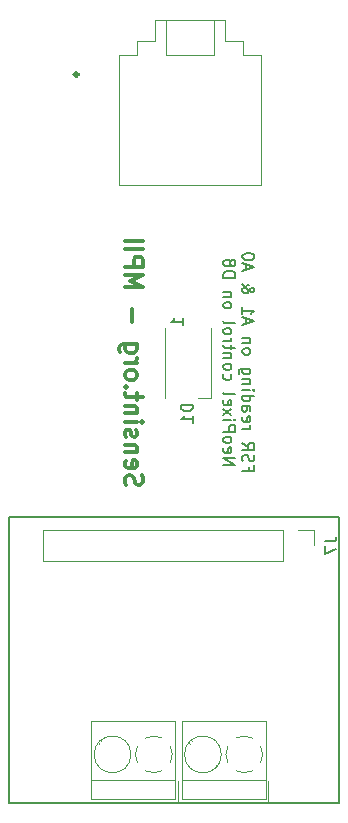
<source format=gbr>
%TF.GenerationSoftware,KiCad,Pcbnew,(6.0.9-0)*%
%TF.CreationDate,2023-02-07T22:14:43+01:00*%
%TF.ProjectId,SHOE_SHIELD,53484f45-5f53-4484-9945-4c442e6b6963,rev?*%
%TF.SameCoordinates,Original*%
%TF.FileFunction,Legend,Bot*%
%TF.FilePolarity,Positive*%
%FSLAX46Y46*%
G04 Gerber Fmt 4.6, Leading zero omitted, Abs format (unit mm)*
G04 Created by KiCad (PCBNEW (6.0.9-0)) date 2023-02-07 22:14:43*
%MOMM*%
%LPD*%
G01*
G04 APERTURE LIST*
%ADD10C,0.150000*%
%ADD11C,0.325200*%
%ADD12C,0.300000*%
%ADD13C,0.120000*%
G04 APERTURE END LIST*
D10*
X156114000Y-102791000D02*
X184064000Y-102791000D01*
X184064000Y-102791000D02*
X184064000Y-78641000D01*
X184064000Y-78641000D02*
X156114000Y-78641000D01*
X156114000Y-78641000D02*
X156114000Y-102791000D01*
D11*
X161960600Y-41148000D02*
G75*
G03*
X161960600Y-41148000I-162600J0D01*
G01*
D12*
X166016857Y-75924857D02*
X165945428Y-75710571D01*
X165945428Y-75353428D01*
X166016857Y-75210571D01*
X166088285Y-75139142D01*
X166231142Y-75067714D01*
X166374000Y-75067714D01*
X166516857Y-75139142D01*
X166588285Y-75210571D01*
X166659714Y-75353428D01*
X166731142Y-75639142D01*
X166802571Y-75782000D01*
X166874000Y-75853428D01*
X167016857Y-75924857D01*
X167159714Y-75924857D01*
X167302571Y-75853428D01*
X167374000Y-75782000D01*
X167445428Y-75639142D01*
X167445428Y-75282000D01*
X167374000Y-75067714D01*
X166016857Y-73853428D02*
X165945428Y-73996285D01*
X165945428Y-74282000D01*
X166016857Y-74424857D01*
X166159714Y-74496285D01*
X166731142Y-74496285D01*
X166874000Y-74424857D01*
X166945428Y-74282000D01*
X166945428Y-73996285D01*
X166874000Y-73853428D01*
X166731142Y-73782000D01*
X166588285Y-73782000D01*
X166445428Y-74496285D01*
X166945428Y-73139142D02*
X165945428Y-73139142D01*
X166802571Y-73139142D02*
X166874000Y-73067714D01*
X166945428Y-72924857D01*
X166945428Y-72710571D01*
X166874000Y-72567714D01*
X166731142Y-72496285D01*
X165945428Y-72496285D01*
X166016857Y-71853428D02*
X165945428Y-71710571D01*
X165945428Y-71424857D01*
X166016857Y-71282000D01*
X166159714Y-71210571D01*
X166231142Y-71210571D01*
X166374000Y-71282000D01*
X166445428Y-71424857D01*
X166445428Y-71639142D01*
X166516857Y-71782000D01*
X166659714Y-71853428D01*
X166731142Y-71853428D01*
X166874000Y-71782000D01*
X166945428Y-71639142D01*
X166945428Y-71424857D01*
X166874000Y-71282000D01*
X165945428Y-70567714D02*
X166945428Y-70567714D01*
X167445428Y-70567714D02*
X167374000Y-70639142D01*
X167302571Y-70567714D01*
X167374000Y-70496285D01*
X167445428Y-70567714D01*
X167302571Y-70567714D01*
X166945428Y-69853428D02*
X165945428Y-69853428D01*
X166802571Y-69853428D02*
X166874000Y-69782000D01*
X166945428Y-69639142D01*
X166945428Y-69424857D01*
X166874000Y-69282000D01*
X166731142Y-69210571D01*
X165945428Y-69210571D01*
X166945428Y-68710571D02*
X166945428Y-68139142D01*
X167445428Y-68496285D02*
X166159714Y-68496285D01*
X166016857Y-68424857D01*
X165945428Y-68282000D01*
X165945428Y-68139142D01*
X166088285Y-67639142D02*
X166016857Y-67567714D01*
X165945428Y-67639142D01*
X166016857Y-67710571D01*
X166088285Y-67639142D01*
X165945428Y-67639142D01*
X165945428Y-66710571D02*
X166016857Y-66853428D01*
X166088285Y-66924857D01*
X166231142Y-66996285D01*
X166659714Y-66996285D01*
X166802571Y-66924857D01*
X166874000Y-66853428D01*
X166945428Y-66710571D01*
X166945428Y-66496285D01*
X166874000Y-66353428D01*
X166802571Y-66282000D01*
X166659714Y-66210571D01*
X166231142Y-66210571D01*
X166088285Y-66282000D01*
X166016857Y-66353428D01*
X165945428Y-66496285D01*
X165945428Y-66710571D01*
X165945428Y-65567714D02*
X166945428Y-65567714D01*
X166659714Y-65567714D02*
X166802571Y-65496285D01*
X166874000Y-65424857D01*
X166945428Y-65282000D01*
X166945428Y-65139142D01*
X166945428Y-63996285D02*
X165731142Y-63996285D01*
X165588285Y-64067714D01*
X165516857Y-64139142D01*
X165445428Y-64282000D01*
X165445428Y-64496285D01*
X165516857Y-64639142D01*
X166016857Y-63996285D02*
X165945428Y-64139142D01*
X165945428Y-64424857D01*
X166016857Y-64567714D01*
X166088285Y-64639142D01*
X166231142Y-64710571D01*
X166659714Y-64710571D01*
X166802571Y-64639142D01*
X166874000Y-64567714D01*
X166945428Y-64424857D01*
X166945428Y-64139142D01*
X166874000Y-63996285D01*
X166516857Y-62139142D02*
X166516857Y-60996285D01*
X165945428Y-59139142D02*
X167445428Y-59139142D01*
X166374000Y-58639142D01*
X167445428Y-58139142D01*
X165945428Y-58139142D01*
X165945428Y-57424857D02*
X167445428Y-57424857D01*
X167445428Y-56853428D01*
X167374000Y-56710571D01*
X167302571Y-56639142D01*
X167159714Y-56567714D01*
X166945428Y-56567714D01*
X166802571Y-56639142D01*
X166731142Y-56710571D01*
X166659714Y-56853428D01*
X166659714Y-57424857D01*
X165945428Y-55924857D02*
X167445428Y-55924857D01*
X165945428Y-55210571D02*
X167445428Y-55210571D01*
D10*
X176390428Y-74389142D02*
X176390428Y-74722476D01*
X175866619Y-74722476D02*
X176866619Y-74722476D01*
X176866619Y-74246285D01*
X175914238Y-73912952D02*
X175866619Y-73770095D01*
X175866619Y-73532000D01*
X175914238Y-73436761D01*
X175961857Y-73389142D01*
X176057095Y-73341523D01*
X176152333Y-73341523D01*
X176247571Y-73389142D01*
X176295190Y-73436761D01*
X176342809Y-73532000D01*
X176390428Y-73722476D01*
X176438047Y-73817714D01*
X176485666Y-73865333D01*
X176580904Y-73912952D01*
X176676142Y-73912952D01*
X176771380Y-73865333D01*
X176819000Y-73817714D01*
X176866619Y-73722476D01*
X176866619Y-73484380D01*
X176819000Y-73341523D01*
X175866619Y-72341523D02*
X176342809Y-72674857D01*
X175866619Y-72912952D02*
X176866619Y-72912952D01*
X176866619Y-72532000D01*
X176819000Y-72436761D01*
X176771380Y-72389142D01*
X176676142Y-72341523D01*
X176533285Y-72341523D01*
X176438047Y-72389142D01*
X176390428Y-72436761D01*
X176342809Y-72532000D01*
X176342809Y-72912952D01*
X175866619Y-71151047D02*
X176533285Y-71151047D01*
X176342809Y-71151047D02*
X176438047Y-71103428D01*
X176485666Y-71055809D01*
X176533285Y-70960571D01*
X176533285Y-70865333D01*
X175914238Y-70151047D02*
X175866619Y-70246285D01*
X175866619Y-70436761D01*
X175914238Y-70532000D01*
X176009476Y-70579619D01*
X176390428Y-70579619D01*
X176485666Y-70532000D01*
X176533285Y-70436761D01*
X176533285Y-70246285D01*
X176485666Y-70151047D01*
X176390428Y-70103428D01*
X176295190Y-70103428D01*
X176199952Y-70579619D01*
X175866619Y-69246285D02*
X176390428Y-69246285D01*
X176485666Y-69293904D01*
X176533285Y-69389142D01*
X176533285Y-69579619D01*
X176485666Y-69674857D01*
X175914238Y-69246285D02*
X175866619Y-69341523D01*
X175866619Y-69579619D01*
X175914238Y-69674857D01*
X176009476Y-69722476D01*
X176104714Y-69722476D01*
X176199952Y-69674857D01*
X176247571Y-69579619D01*
X176247571Y-69341523D01*
X176295190Y-69246285D01*
X175866619Y-68341523D02*
X176866619Y-68341523D01*
X175914238Y-68341523D02*
X175866619Y-68436761D01*
X175866619Y-68627238D01*
X175914238Y-68722476D01*
X175961857Y-68770095D01*
X176057095Y-68817714D01*
X176342809Y-68817714D01*
X176438047Y-68770095D01*
X176485666Y-68722476D01*
X176533285Y-68627238D01*
X176533285Y-68436761D01*
X176485666Y-68341523D01*
X175866619Y-67865333D02*
X176533285Y-67865333D01*
X176866619Y-67865333D02*
X176819000Y-67912952D01*
X176771380Y-67865333D01*
X176819000Y-67817714D01*
X176866619Y-67865333D01*
X176771380Y-67865333D01*
X176533285Y-67389142D02*
X175866619Y-67389142D01*
X176438047Y-67389142D02*
X176485666Y-67341523D01*
X176533285Y-67246285D01*
X176533285Y-67103428D01*
X176485666Y-67008190D01*
X176390428Y-66960571D01*
X175866619Y-66960571D01*
X176533285Y-66055809D02*
X175723761Y-66055809D01*
X175628523Y-66103428D01*
X175580904Y-66151047D01*
X175533285Y-66246285D01*
X175533285Y-66389142D01*
X175580904Y-66484380D01*
X175914238Y-66055809D02*
X175866619Y-66151047D01*
X175866619Y-66341523D01*
X175914238Y-66436761D01*
X175961857Y-66484380D01*
X176057095Y-66532000D01*
X176342809Y-66532000D01*
X176438047Y-66484380D01*
X176485666Y-66436761D01*
X176533285Y-66341523D01*
X176533285Y-66151047D01*
X176485666Y-66055809D01*
X175866619Y-64674857D02*
X175914238Y-64770095D01*
X175961857Y-64817714D01*
X176057095Y-64865333D01*
X176342809Y-64865333D01*
X176438047Y-64817714D01*
X176485666Y-64770095D01*
X176533285Y-64674857D01*
X176533285Y-64532000D01*
X176485666Y-64436761D01*
X176438047Y-64389142D01*
X176342809Y-64341523D01*
X176057095Y-64341523D01*
X175961857Y-64389142D01*
X175914238Y-64436761D01*
X175866619Y-64532000D01*
X175866619Y-64674857D01*
X176533285Y-63912952D02*
X175866619Y-63912952D01*
X176438047Y-63912952D02*
X176485666Y-63865333D01*
X176533285Y-63770095D01*
X176533285Y-63627238D01*
X176485666Y-63532000D01*
X176390428Y-63484380D01*
X175866619Y-63484380D01*
X176152333Y-62293904D02*
X176152333Y-61817714D01*
X175866619Y-62389142D02*
X176866619Y-62055809D01*
X175866619Y-61722476D01*
X175866619Y-60865333D02*
X175866619Y-61436761D01*
X175866619Y-61151047D02*
X176866619Y-61151047D01*
X176723761Y-61246285D01*
X176628523Y-61341523D01*
X176580904Y-61436761D01*
X175866619Y-58865333D02*
X175866619Y-58912952D01*
X175914238Y-59008190D01*
X176057095Y-59151047D01*
X176342809Y-59389142D01*
X176485666Y-59484380D01*
X176628523Y-59532000D01*
X176723761Y-59532000D01*
X176819000Y-59484380D01*
X176866619Y-59389142D01*
X176866619Y-59341523D01*
X176819000Y-59246285D01*
X176723761Y-59198666D01*
X176676142Y-59198666D01*
X176580904Y-59246285D01*
X176533285Y-59293904D01*
X176342809Y-59579619D01*
X176295190Y-59627238D01*
X176199952Y-59674857D01*
X176057095Y-59674857D01*
X175961857Y-59627238D01*
X175914238Y-59579619D01*
X175866619Y-59484380D01*
X175866619Y-59341523D01*
X175914238Y-59246285D01*
X175961857Y-59198666D01*
X176152333Y-59055809D01*
X176295190Y-59008190D01*
X176390428Y-59008190D01*
X176152333Y-57722476D02*
X176152333Y-57246285D01*
X175866619Y-57817714D02*
X176866619Y-57484380D01*
X175866619Y-57151047D01*
X176866619Y-56627238D02*
X176866619Y-56532000D01*
X176819000Y-56436761D01*
X176771380Y-56389142D01*
X176676142Y-56341523D01*
X176485666Y-56293904D01*
X176247571Y-56293904D01*
X176057095Y-56341523D01*
X175961857Y-56389142D01*
X175914238Y-56436761D01*
X175866619Y-56532000D01*
X175866619Y-56627238D01*
X175914238Y-56722476D01*
X175961857Y-56770095D01*
X176057095Y-56817714D01*
X176247571Y-56865333D01*
X176485666Y-56865333D01*
X176676142Y-56817714D01*
X176771380Y-56770095D01*
X176819000Y-56722476D01*
X176866619Y-56627238D01*
X174256619Y-74198666D02*
X175256619Y-74198666D01*
X174256619Y-73627238D01*
X175256619Y-73627238D01*
X174304238Y-72770095D02*
X174256619Y-72865333D01*
X174256619Y-73055809D01*
X174304238Y-73151047D01*
X174399476Y-73198666D01*
X174780428Y-73198666D01*
X174875666Y-73151047D01*
X174923285Y-73055809D01*
X174923285Y-72865333D01*
X174875666Y-72770095D01*
X174780428Y-72722476D01*
X174685190Y-72722476D01*
X174589952Y-73198666D01*
X174256619Y-72151047D02*
X174304238Y-72246285D01*
X174351857Y-72293904D01*
X174447095Y-72341523D01*
X174732809Y-72341523D01*
X174828047Y-72293904D01*
X174875666Y-72246285D01*
X174923285Y-72151047D01*
X174923285Y-72008190D01*
X174875666Y-71912952D01*
X174828047Y-71865333D01*
X174732809Y-71817714D01*
X174447095Y-71817714D01*
X174351857Y-71865333D01*
X174304238Y-71912952D01*
X174256619Y-72008190D01*
X174256619Y-72151047D01*
X174256619Y-71389142D02*
X175256619Y-71389142D01*
X175256619Y-71008190D01*
X175209000Y-70912952D01*
X175161380Y-70865333D01*
X175066142Y-70817714D01*
X174923285Y-70817714D01*
X174828047Y-70865333D01*
X174780428Y-70912952D01*
X174732809Y-71008190D01*
X174732809Y-71389142D01*
X174256619Y-70389142D02*
X174923285Y-70389142D01*
X175256619Y-70389142D02*
X175209000Y-70436761D01*
X175161380Y-70389142D01*
X175209000Y-70341523D01*
X175256619Y-70389142D01*
X175161380Y-70389142D01*
X174256619Y-70008190D02*
X174923285Y-69484380D01*
X174923285Y-70008190D02*
X174256619Y-69484380D01*
X174304238Y-68722476D02*
X174256619Y-68817714D01*
X174256619Y-69008190D01*
X174304238Y-69103428D01*
X174399476Y-69151047D01*
X174780428Y-69151047D01*
X174875666Y-69103428D01*
X174923285Y-69008190D01*
X174923285Y-68817714D01*
X174875666Y-68722476D01*
X174780428Y-68674857D01*
X174685190Y-68674857D01*
X174589952Y-69151047D01*
X174256619Y-68103428D02*
X174304238Y-68198666D01*
X174399476Y-68246285D01*
X175256619Y-68246285D01*
X174304238Y-66532000D02*
X174256619Y-66627238D01*
X174256619Y-66817714D01*
X174304238Y-66912952D01*
X174351857Y-66960571D01*
X174447095Y-67008190D01*
X174732809Y-67008190D01*
X174828047Y-66960571D01*
X174875666Y-66912952D01*
X174923285Y-66817714D01*
X174923285Y-66627238D01*
X174875666Y-66532000D01*
X174256619Y-65960571D02*
X174304238Y-66055809D01*
X174351857Y-66103428D01*
X174447095Y-66151047D01*
X174732809Y-66151047D01*
X174828047Y-66103428D01*
X174875666Y-66055809D01*
X174923285Y-65960571D01*
X174923285Y-65817714D01*
X174875666Y-65722476D01*
X174828047Y-65674857D01*
X174732809Y-65627238D01*
X174447095Y-65627238D01*
X174351857Y-65674857D01*
X174304238Y-65722476D01*
X174256619Y-65817714D01*
X174256619Y-65960571D01*
X174923285Y-65198666D02*
X174256619Y-65198666D01*
X174828047Y-65198666D02*
X174875666Y-65151047D01*
X174923285Y-65055809D01*
X174923285Y-64912952D01*
X174875666Y-64817714D01*
X174780428Y-64770095D01*
X174256619Y-64770095D01*
X174923285Y-64436761D02*
X174923285Y-64055809D01*
X175256619Y-64293904D02*
X174399476Y-64293904D01*
X174304238Y-64246285D01*
X174256619Y-64151047D01*
X174256619Y-64055809D01*
X174256619Y-63722476D02*
X174923285Y-63722476D01*
X174732809Y-63722476D02*
X174828047Y-63674857D01*
X174875666Y-63627238D01*
X174923285Y-63532000D01*
X174923285Y-63436761D01*
X174256619Y-62960571D02*
X174304238Y-63055809D01*
X174351857Y-63103428D01*
X174447095Y-63151047D01*
X174732809Y-63151047D01*
X174828047Y-63103428D01*
X174875666Y-63055809D01*
X174923285Y-62960571D01*
X174923285Y-62817714D01*
X174875666Y-62722476D01*
X174828047Y-62674857D01*
X174732809Y-62627238D01*
X174447095Y-62627238D01*
X174351857Y-62674857D01*
X174304238Y-62722476D01*
X174256619Y-62817714D01*
X174256619Y-62960571D01*
X174256619Y-62055809D02*
X174304238Y-62151047D01*
X174399476Y-62198666D01*
X175256619Y-62198666D01*
X174256619Y-60770095D02*
X174304238Y-60865333D01*
X174351857Y-60912952D01*
X174447095Y-60960571D01*
X174732809Y-60960571D01*
X174828047Y-60912952D01*
X174875666Y-60865333D01*
X174923285Y-60770095D01*
X174923285Y-60627238D01*
X174875666Y-60532000D01*
X174828047Y-60484380D01*
X174732809Y-60436761D01*
X174447095Y-60436761D01*
X174351857Y-60484380D01*
X174304238Y-60532000D01*
X174256619Y-60627238D01*
X174256619Y-60770095D01*
X174923285Y-60008190D02*
X174256619Y-60008190D01*
X174828047Y-60008190D02*
X174875666Y-59960571D01*
X174923285Y-59865333D01*
X174923285Y-59722476D01*
X174875666Y-59627238D01*
X174780428Y-59579619D01*
X174256619Y-59579619D01*
X174256619Y-58341523D02*
X175256619Y-58341523D01*
X175256619Y-58103428D01*
X175209000Y-57960571D01*
X175113761Y-57865333D01*
X175018523Y-57817714D01*
X174828047Y-57770095D01*
X174685190Y-57770095D01*
X174494714Y-57817714D01*
X174399476Y-57865333D01*
X174304238Y-57960571D01*
X174256619Y-58103428D01*
X174256619Y-58341523D01*
X174828047Y-57198666D02*
X174875666Y-57293904D01*
X174923285Y-57341523D01*
X175018523Y-57389142D01*
X175066142Y-57389142D01*
X175161380Y-57341523D01*
X175209000Y-57293904D01*
X175256619Y-57198666D01*
X175256619Y-57008190D01*
X175209000Y-56912952D01*
X175161380Y-56865333D01*
X175066142Y-56817714D01*
X175018523Y-56817714D01*
X174923285Y-56865333D01*
X174875666Y-56912952D01*
X174828047Y-57008190D01*
X174828047Y-57198666D01*
X174780428Y-57293904D01*
X174732809Y-57341523D01*
X174637571Y-57389142D01*
X174447095Y-57389142D01*
X174351857Y-57341523D01*
X174304238Y-57293904D01*
X174256619Y-57198666D01*
X174256619Y-57008190D01*
X174304238Y-56912952D01*
X174351857Y-56865333D01*
X174447095Y-56817714D01*
X174637571Y-56817714D01*
X174732809Y-56865333D01*
X174780428Y-56912952D01*
X174828047Y-57008190D01*
%TO.C,D1*%
X171648380Y-69111904D02*
X170648380Y-69111904D01*
X170648380Y-69350000D01*
X170696000Y-69492857D01*
X170791238Y-69588095D01*
X170886476Y-69635714D01*
X171076952Y-69683333D01*
X171219809Y-69683333D01*
X171410285Y-69635714D01*
X171505523Y-69588095D01*
X171600761Y-69492857D01*
X171648380Y-69350000D01*
X171648380Y-69111904D01*
X171648380Y-70635714D02*
X171648380Y-70064285D01*
X171648380Y-70350000D02*
X170648380Y-70350000D01*
X170791238Y-70254761D01*
X170886476Y-70159523D01*
X170934095Y-70064285D01*
X170817380Y-62375714D02*
X170817380Y-61804285D01*
X170817380Y-62090000D02*
X169817380Y-62090000D01*
X169960238Y-61994761D01*
X170055476Y-61899523D01*
X170103095Y-61804285D01*
%TO.C,J7*%
X182816380Y-80692666D02*
X183530666Y-80692666D01*
X183673523Y-80645047D01*
X183768761Y-80549809D01*
X183816380Y-80406952D01*
X183816380Y-80311714D01*
X182816380Y-81073619D02*
X182816380Y-81740285D01*
X183816380Y-81311714D01*
D13*
%TO.C,D1*%
X169290000Y-62640000D02*
X169290000Y-68540000D01*
X173190000Y-62640000D02*
X173190000Y-68540000D01*
X173190000Y-68540000D02*
X172115000Y-68540000D01*
%TO.C,J16*%
X169420000Y-39530000D02*
X169420000Y-36530000D01*
X173420000Y-39530000D02*
X169420000Y-39530000D01*
X168420000Y-36530000D02*
X168420000Y-38330000D01*
X177420000Y-50530000D02*
X177420000Y-39530000D01*
X174420000Y-38330000D02*
X174420000Y-36530000D01*
X165420000Y-50530000D02*
X177420000Y-50530000D01*
X165420000Y-39530000D02*
X165420000Y-50530000D01*
X166920000Y-39530000D02*
X165420000Y-39530000D01*
X173420000Y-36530000D02*
X173420000Y-39530000D01*
X177420000Y-39530000D02*
X175920000Y-39530000D01*
X166920000Y-38330000D02*
X166920000Y-39530000D01*
X175920000Y-38330000D02*
X174420000Y-38330000D01*
X175920000Y-39530000D02*
X175920000Y-38330000D01*
X168420000Y-38330000D02*
X166920000Y-38330000D01*
X174420000Y-36530000D02*
X168420000Y-36530000D01*
%TO.C,J7*%
X158944000Y-82356000D02*
X158944000Y-79696000D01*
X179324000Y-82356000D02*
X179324000Y-79696000D01*
X181924000Y-79696000D02*
X180594000Y-79696000D01*
X179324000Y-82356000D02*
X158944000Y-82356000D01*
X179324000Y-79696000D02*
X158944000Y-79696000D01*
X181924000Y-81026000D02*
X181924000Y-79696000D01*
%TO.C,J5*%
X170174000Y-102481000D02*
X163054000Y-102481000D01*
X170174000Y-95861000D02*
X163054000Y-95861000D01*
X163874000Y-97541000D02*
X163928000Y-97595000D01*
X163684000Y-97731000D02*
X163760000Y-97807000D01*
X170174000Y-95861000D02*
X170174000Y-102481000D01*
X170414000Y-102721000D02*
X168914000Y-102721000D01*
X170174000Y-100921000D02*
X163054000Y-100921000D01*
X163054000Y-95861000D02*
X163054000Y-102481000D01*
X165799000Y-99846000D02*
X165853000Y-99901000D01*
X170414000Y-100981000D02*
X170414000Y-102721000D01*
X165967000Y-99635000D02*
X166043000Y-99711000D01*
X169069733Y-97334355D02*
G75*
G03*
X167657000Y-97335000I-705733J-1386645D01*
G01*
X168337556Y-100276682D02*
G75*
G03*
X169071000Y-100107000I26445J1555677D01*
G01*
X167658045Y-100106515D02*
G75*
G03*
X168364000Y-100276000I705957J1385523D01*
G01*
X166977355Y-98015267D02*
G75*
G03*
X166978000Y-99428000I1386646J-705734D01*
G01*
X169750645Y-99426733D02*
G75*
G03*
X169750000Y-98014000I-1386645J705733D01*
G01*
X166419000Y-98721000D02*
G75*
G03*
X166419000Y-98721000I-1555000J0D01*
G01*
%TO.C,J8*%
X171334000Y-97731000D02*
X171410000Y-97807000D01*
X177824000Y-100921000D02*
X170704000Y-100921000D01*
X173449000Y-99846000D02*
X173503000Y-99901000D01*
X177824000Y-102481000D02*
X170704000Y-102481000D01*
X170704000Y-95861000D02*
X170704000Y-102481000D01*
X177824000Y-95861000D02*
X177824000Y-102481000D01*
X171524000Y-97541000D02*
X171578000Y-97595000D01*
X178064000Y-102721000D02*
X176564000Y-102721000D01*
X177824000Y-95861000D02*
X170704000Y-95861000D01*
X173617000Y-99635000D02*
X173693000Y-99711000D01*
X178064000Y-100981000D02*
X178064000Y-102721000D01*
X175308045Y-100106515D02*
G75*
G03*
X176014000Y-100276000I705957J1385523D01*
G01*
X177400645Y-99426733D02*
G75*
G03*
X177400000Y-98014000I-1386645J705733D01*
G01*
X175987556Y-100276682D02*
G75*
G03*
X176721000Y-100107000I26445J1555677D01*
G01*
X174627355Y-98015267D02*
G75*
G03*
X174628000Y-99428000I1386646J-705734D01*
G01*
X176719733Y-97334355D02*
G75*
G03*
X175307000Y-97335000I-705733J-1386645D01*
G01*
X174069000Y-98721000D02*
G75*
G03*
X174069000Y-98721000I-1555000J0D01*
G01*
%TD*%
M02*

</source>
